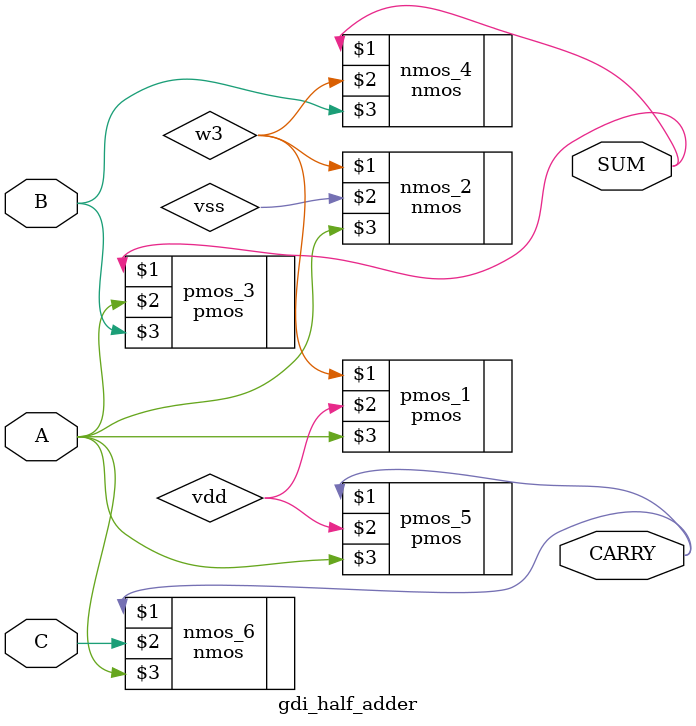
<source format=v>

module gdi_half_adder(
    input  A, C, B,
    output SUM, CARRY
);
    wire w3;

    // Implement the half adder logic using GDI style
    pmos #(2) pmos_1 (w3, vdd, A);    // Pull-up for A
    nmos #(2) nmos_2 (w3, vss, A);     // Pull-down for A

    pmos #(2) pmos_3 (SUM, A, B);       // SUM pull-up network
    nmos #(2) nmos_4 (SUM, w3, B);       // SUM pull-down network

    pmos #(2) pmos_5 (CARRY, vdd, A);   // CARRY pull-up network
    nmos #(2) nmos_6 (CARRY, C, A);      // CARRY pull-down network
endmodule

</source>
